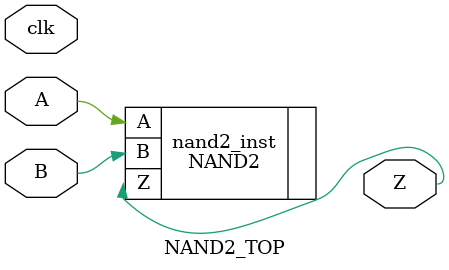
<source format=v>
module NAND2_TOP (
  input clk,
  input A,
  input B,
  output Z
);

  NAND2 nand2_inst (
    .A(A),
    .B(B),
    .Z(Z)
  );

endmodule

</source>
